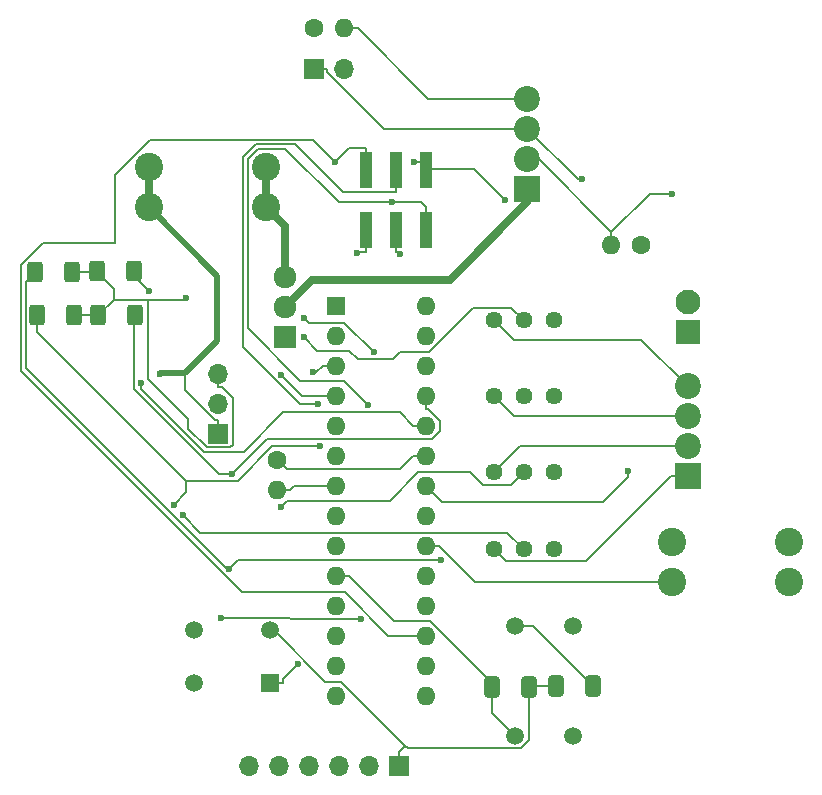
<source format=gbr>
%TF.GenerationSoftware,KiCad,Pcbnew,8.0.1-rc1*%
%TF.CreationDate,2024-08-05T15:18:58-07:00*%
%TF.ProjectId,AMS - CANBus Sensor - Voltage,414d5320-2d20-4434-914e-427573205365,rev?*%
%TF.SameCoordinates,Original*%
%TF.FileFunction,Copper,L1,Top*%
%TF.FilePolarity,Positive*%
%FSLAX46Y46*%
G04 Gerber Fmt 4.6, Leading zero omitted, Abs format (unit mm)*
G04 Created by KiCad (PCBNEW 8.0.1-rc1) date 2024-08-05 15:18:58*
%MOMM*%
%LPD*%
G01*
G04 APERTURE LIST*
G04 Aperture macros list*
%AMRoundRect*
0 Rectangle with rounded corners*
0 $1 Rounding radius*
0 $2 $3 $4 $5 $6 $7 $8 $9 X,Y pos of 4 corners*
0 Add a 4 corners polygon primitive as box body*
4,1,4,$2,$3,$4,$5,$6,$7,$8,$9,$2,$3,0*
0 Add four circle primitives for the rounded corners*
1,1,$1+$1,$2,$3*
1,1,$1+$1,$4,$5*
1,1,$1+$1,$6,$7*
1,1,$1+$1,$8,$9*
0 Add four rect primitives between the rounded corners*
20,1,$1+$1,$2,$3,$4,$5,0*
20,1,$1+$1,$4,$5,$6,$7,0*
20,1,$1+$1,$6,$7,$8,$9,0*
20,1,$1+$1,$8,$9,$2,$3,0*%
G04 Aperture macros list end*
%TA.AperFunction,SMDPad,CuDef*%
%ADD10RoundRect,0.250000X-0.400000X-0.625000X0.400000X-0.625000X0.400000X0.625000X-0.400000X0.625000X0*%
%TD*%
%TA.AperFunction,SMDPad,CuDef*%
%ADD11RoundRect,0.250000X-0.412500X-0.650000X0.412500X-0.650000X0.412500X0.650000X-0.412500X0.650000X0*%
%TD*%
%TA.AperFunction,ComponentPad*%
%ADD12C,1.440000*%
%TD*%
%TA.AperFunction,ComponentPad*%
%ADD13R,2.100000X2.100000*%
%TD*%
%TA.AperFunction,ComponentPad*%
%ADD14C,2.100000*%
%TD*%
%TA.AperFunction,ComponentPad*%
%ADD15C,1.600000*%
%TD*%
%TA.AperFunction,ComponentPad*%
%ADD16O,1.600000X1.600000*%
%TD*%
%TA.AperFunction,ComponentPad*%
%ADD17R,2.200000X2.200000*%
%TD*%
%TA.AperFunction,ComponentPad*%
%ADD18C,2.200000*%
%TD*%
%TA.AperFunction,SMDPad,CuDef*%
%ADD19RoundRect,0.250000X0.400000X0.625000X-0.400000X0.625000X-0.400000X-0.625000X0.400000X-0.625000X0*%
%TD*%
%TA.AperFunction,ComponentPad*%
%ADD20R,1.700000X1.700000*%
%TD*%
%TA.AperFunction,ComponentPad*%
%ADD21O,1.700000X1.700000*%
%TD*%
%TA.AperFunction,ComponentPad*%
%ADD22C,2.400000*%
%TD*%
%TA.AperFunction,SMDPad,CuDef*%
%ADD23R,1.000000X3.150000*%
%TD*%
%TA.AperFunction,ComponentPad*%
%ADD24R,1.600000X1.600000*%
%TD*%
%TA.AperFunction,ComponentPad*%
%ADD25R,1.920000X1.920000*%
%TD*%
%TA.AperFunction,ComponentPad*%
%ADD26C,1.920000*%
%TD*%
%TA.AperFunction,ComponentPad*%
%ADD27C,1.500000*%
%TD*%
%TA.AperFunction,ComponentPad*%
%ADD28R,1.500000X1.500000*%
%TD*%
%TA.AperFunction,SMDPad,CuDef*%
%ADD29RoundRect,0.250000X0.412500X0.650000X-0.412500X0.650000X-0.412500X-0.650000X0.412500X-0.650000X0*%
%TD*%
%TA.AperFunction,ViaPad*%
%ADD30C,0.600000*%
%TD*%
%TA.AperFunction,Conductor*%
%ADD31C,0.200000*%
%TD*%
%TA.AperFunction,Conductor*%
%ADD32C,0.508000*%
%TD*%
%TA.AperFunction,Conductor*%
%ADD33C,0.635000*%
%TD*%
G04 APERTURE END LIST*
D10*
%TO.P,R10,1*%
%TO.N,GND*%
X120710400Y-78872500D03*
%TO.P,R10,2*%
%TO.N,/BareMinAtmel328P/PC1-A1*%
X123810400Y-78872500D03*
%TD*%
D11*
%TO.P,C3,1*%
%TO.N,Net-(U2-XTAL2{slash}PB7)*%
X154187000Y-114014800D03*
%TO.P,C3,2*%
%TO.N,GND*%
X157312000Y-114014800D03*
%TD*%
D12*
%TO.P,RV2,1,1*%
%TO.N,Net-(J2-Pin_2)*%
X154274400Y-95885200D03*
%TO.P,RV2,2,2*%
%TO.N,/BufferedADC/ADCIN2*%
X156814400Y-95885200D03*
%TO.P,RV2,3,3*%
%TO.N,Net-(R9-Pad1)*%
X159354400Y-95885200D03*
%TD*%
D13*
%TO.P,J6,1,Pin_1*%
%TO.N,Net-(J6-Pin_1)*%
X170718000Y-84022300D03*
D14*
%TO.P,J6,2,Pin_2*%
%TO.N,Net-(J6-Pin_2)*%
X170718000Y-81482300D03*
%TD*%
D12*
%TO.P,RV3,1,1*%
%TO.N,Net-(J2-Pin_3)*%
X154274400Y-89435200D03*
%TO.P,RV3,2,2*%
%TO.N,/BufferedADC/ADCIN3*%
X156814400Y-89435200D03*
%TO.P,RV3,3,3*%
%TO.N,Net-(R8-Pad1)*%
X159354400Y-89435200D03*
%TD*%
D15*
%TO.P,R7,1*%
%TO.N,Net-(J5-Pin_2)*%
X139116100Y-58260700D03*
D16*
%TO.P,R7,2*%
%TO.N,CANBUS_L*%
X141656100Y-58260700D03*
%TD*%
D17*
%TO.P,J1,1,Pin_1*%
%TO.N,Net-(J1-Pin_1)*%
X157148000Y-71872800D03*
D18*
%TO.P,J1,2,Pin_2*%
%TO.N,GND*%
X157148000Y-69332800D03*
%TO.P,J1,3,Pin_3*%
%TO.N,CANBUS_H*%
X157148000Y-66792800D03*
%TO.P,J1,4,Pin_4*%
%TO.N,CANBUS_L*%
X157148000Y-64252800D03*
%TD*%
D19*
%TO.P,R13,1*%
%TO.N,GND*%
X118580700Y-78928700D03*
%TO.P,R13,2*%
%TO.N,/BareMinAtmel328P/PC3-A3*%
X115480700Y-78928700D03*
%TD*%
D15*
%TO.P,NTC1,1*%
%TO.N,/BareMinAtmel328P/PC0-A0*%
X135965600Y-94809500D03*
D16*
%TO.P,NTC1,2*%
%TO.N,+5V*%
X135965600Y-97349500D03*
%TD*%
D20*
%TO.P,J3,1,Pin_1*%
%TO.N,GND*%
X146254600Y-120744200D03*
D21*
%TO.P,J3,2,Pin_2*%
%TO.N,unconnected-(J3-Pin_2-Pad2)*%
X143714600Y-120744200D03*
%TO.P,J3,3,Pin_3*%
%TO.N,+5V*%
X141174600Y-120744200D03*
%TO.P,J3,4,Pin_4*%
%TO.N,/BareMinAtmel328P/PD0-RX*%
X138634600Y-120744200D03*
%TO.P,J3,5,Pin_5*%
%TO.N,/BareMinAtmel328P/PD1-TX*%
X136094600Y-120744200D03*
%TO.P,J3,6,Pin_6*%
%TO.N,Net-(J3-Pin_6)*%
X133554600Y-120744200D03*
%TD*%
D12*
%TO.P,RV1,1,1*%
%TO.N,Net-(J2-Pin_1)*%
X154274400Y-102335200D03*
%TO.P,RV1,2,2*%
%TO.N,/BufferedADC/ADCIN1*%
X156814400Y-102335200D03*
%TO.P,RV1,3,3*%
%TO.N,Net-(R14-Pad1)*%
X159354400Y-102335200D03*
%TD*%
D22*
%TO.P,U5,1,1*%
%TO.N,Net-(Q1-Pad3)*%
X134999500Y-70018000D03*
%TO.P,U5,2,2*%
X134999500Y-73418000D03*
%TO.P,U5,3,3*%
%TO.N,+VDC*%
X125079500Y-70018000D03*
%TO.P,U5,4,4*%
X125079500Y-73418000D03*
%TD*%
D15*
%TO.P,R6,1*%
%TO.N,Net-(U4-Rs)*%
X166799100Y-76611000D03*
D16*
%TO.P,R6,2*%
%TO.N,GND*%
X164259100Y-76611000D03*
%TD*%
D19*
%TO.P,R12,1*%
%TO.N,GND*%
X118744200Y-82579600D03*
%TO.P,R12,2*%
%TO.N,/BareMinAtmel328P/PC4-A4-SDA*%
X115644200Y-82579600D03*
%TD*%
D10*
%TO.P,R11,1*%
%TO.N,GND*%
X120808500Y-82593100D03*
%TO.P,R11,2*%
%TO.N,/BareMinAtmel328P/PC2-A2*%
X123908500Y-82593100D03*
%TD*%
D20*
%TO.P,Powerboard1,1,Pin_1*%
%TO.N,+VDC*%
X130976300Y-92602600D03*
D21*
%TO.P,Powerboard1,2,Pin_2*%
%TO.N,+5V*%
X130976300Y-90062600D03*
%TO.P,Powerboard1,3,Pin_3*%
%TO.N,GND*%
X130976300Y-87522600D03*
%TD*%
D23*
%TO.P,J4,1,Pin_1*%
%TO.N,/BareMinAtmel328P/PB4-D12-MISO*%
X148585100Y-70282000D03*
%TO.P,J4,2,Pin_2*%
%TO.N,/BareMinAtmel328P/PB5-D13-SCK*%
X148585100Y-75332000D03*
%TO.P,J4,3,Pin_3*%
%TO.N,/BareMinAtmel328P/RESET*%
X146045100Y-70282000D03*
%TO.P,J4,4,Pin_4*%
%TO.N,+5V*%
X146045100Y-75332000D03*
%TO.P,J4,5,Pin_5*%
%TO.N,/BareMinAtmel328P/PB3-D11-MOSI*%
X143505100Y-70282000D03*
%TO.P,J4,6,Pin_6*%
%TO.N,GND*%
X143505100Y-75332000D03*
%TD*%
D24*
%TO.P,U2,1,~{RESET}/PC6*%
%TO.N,/BareMinAtmel328P/RESET*%
X140929500Y-81761800D03*
D16*
%TO.P,U2,2,PD0*%
%TO.N,/BareMinAtmel328P/PD0-RX*%
X140929500Y-84301800D03*
%TO.P,U2,3,PD1*%
%TO.N,/BareMinAtmel328P/PD1-TX*%
X140929500Y-86841800D03*
%TO.P,U2,4,PD2*%
%TO.N,/BareMinAtmel328P/PD2-D2*%
X140929500Y-89381800D03*
%TO.P,U2,5,PD3*%
%TO.N,/BareMinAtmel328P/PD3-D3*%
X140929500Y-91921800D03*
%TO.P,U2,6,PD4*%
%TO.N,/BareMinAtmel328P/PD4-D4*%
X140929500Y-94461800D03*
%TO.P,U2,7,VCC*%
%TO.N,+5V*%
X140929500Y-97001800D03*
%TO.P,U2,8,GND*%
%TO.N,GND*%
X140929500Y-99541800D03*
%TO.P,U2,9,XTAL1/PB6*%
%TO.N,Net-(U2-XTAL1{slash}PB6)*%
X140929500Y-102081800D03*
%TO.P,U2,10,XTAL2/PB7*%
%TO.N,Net-(U2-XTAL2{slash}PB7)*%
X140929500Y-104621800D03*
%TO.P,U2,11,PD5*%
%TO.N,/BareMinAtmel328P/PD5-D5*%
X140929500Y-107161800D03*
%TO.P,U2,12,PD6*%
%TO.N,/BareMinAtmel328P/PD6-D6*%
X140929500Y-109701800D03*
%TO.P,U2,13,PD7*%
%TO.N,/BareMinAtmel328P/PD7-D7*%
X140929500Y-112241800D03*
%TO.P,U2,14,PB0*%
%TO.N,/BareMinAtmel328P/PB0-D8*%
X140929500Y-114781800D03*
%TO.P,U2,15,PB1*%
%TO.N,/BareMinAtmel328P/PB1-D9*%
X148549500Y-114781800D03*
%TO.P,U2,16,PB2*%
%TO.N,/BareMinAtmel328P/PB2-D10-SS*%
X148549500Y-112241800D03*
%TO.P,U2,17,PB3*%
%TO.N,/BareMinAtmel328P/PB3-D11-MOSI*%
X148549500Y-109701800D03*
%TO.P,U2,18,PB4*%
%TO.N,/BareMinAtmel328P/PB4-D12-MISO*%
X148549500Y-107161800D03*
%TO.P,U2,19,PB5*%
%TO.N,/BareMinAtmel328P/PB5-D13-SCK*%
X148549500Y-104621800D03*
%TO.P,U2,20,AVCC*%
%TO.N,+5V*%
X148549500Y-102081800D03*
%TO.P,U2,21,AREF*%
%TO.N,/BareMinAtmel328P/AREF*%
X148549500Y-99541800D03*
%TO.P,U2,22,GND*%
%TO.N,GND*%
X148549500Y-97001800D03*
%TO.P,U2,23,PC0*%
%TO.N,/BareMinAtmel328P/PC0-A0*%
X148549500Y-94461800D03*
%TO.P,U2,24,PC1*%
%TO.N,/BareMinAtmel328P/PC1-A1*%
X148549500Y-91921800D03*
%TO.P,U2,25,PC2*%
%TO.N,/BareMinAtmel328P/PC2-A2*%
X148549500Y-89381800D03*
%TO.P,U2,26,PC3*%
%TO.N,/BareMinAtmel328P/PC3-A3*%
X148549500Y-86841800D03*
%TO.P,U2,27,PC4*%
%TO.N,/BareMinAtmel328P/PC4-A4-SDA*%
X148549500Y-84301800D03*
%TO.P,U2,28,PC5*%
%TO.N,/BareMinAtmel328P/PC5-A5-SCL*%
X148549500Y-81761800D03*
%TD*%
D20*
%TO.P,J5,1,Pin_1*%
%TO.N,CANBUS_H*%
X139049600Y-61738500D03*
D21*
%TO.P,J5,2,Pin_2*%
%TO.N,Net-(J5-Pin_2)*%
X141589600Y-61738500D03*
%TD*%
D25*
%TO.P,Q1,1*%
%TO.N,Net-(Q1-Pad1)*%
X136586000Y-84423600D03*
D26*
%TO.P,Q1,2*%
%TO.N,Net-(J1-Pin_1)*%
X136586000Y-81883600D03*
%TO.P,Q1,3*%
%TO.N,Net-(Q1-Pad3)*%
X136586000Y-79343600D03*
%TD*%
D17*
%TO.P,J2,1,Pin_1*%
%TO.N,Net-(J2-Pin_1)*%
X170699000Y-96212100D03*
D18*
%TO.P,J2,2,Pin_2*%
%TO.N,Net-(J2-Pin_2)*%
X170699000Y-93672100D03*
%TO.P,J2,3,Pin_3*%
%TO.N,Net-(J2-Pin_3)*%
X170699000Y-91132100D03*
%TO.P,J2,4,Pin_4*%
%TO.N,Net-(J2-Pin_4)*%
X170699000Y-88592100D03*
%TD*%
D12*
%TO.P,RV4,1,1*%
%TO.N,Net-(J2-Pin_4)*%
X154274400Y-82985200D03*
%TO.P,RV4,2,2*%
%TO.N,/BufferedADC/ADCIN4*%
X156814400Y-82985200D03*
%TO.P,RV4,3,3*%
%TO.N,Net-(R15-Pad1)*%
X159354400Y-82985200D03*
%TD*%
D27*
%TO.P,Y2,1,1*%
%TO.N,Net-(U3-OSC1)*%
X156129700Y-108923600D03*
%TO.P,Y2,2,2*%
%TO.N,Net-(U3-OSC2)*%
X161009700Y-108923600D03*
%TD*%
D28*
%TO.P,Reset1,1,NO_1*%
%TO.N,/BareMinAtmel328P/RESET*%
X135385300Y-113752500D03*
D27*
%TO.P,Reset1,2,NO_2*%
%TO.N,unconnected-(Reset1-NO_2-Pad2)*%
X128885300Y-113752500D03*
%TO.P,Reset1,3,COM_1*%
%TO.N,GND*%
X135385300Y-109252500D03*
%TO.P,Reset1,4,COM_2*%
%TO.N,unconnected-(Reset1-COM_2-Pad4)*%
X128885300Y-109252500D03*
%TD*%
D29*
%TO.P,C5,1*%
%TO.N,Net-(U3-OSC1)*%
X162712000Y-114002500D03*
%TO.P,C5,2*%
%TO.N,GND*%
X159587000Y-114002500D03*
%TD*%
D27*
%TO.P,Y1,1,1*%
%TO.N,Net-(U2-XTAL2{slash}PB7)*%
X156104800Y-118178000D03*
%TO.P,Y1,2,2*%
%TO.N,Net-(U2-XTAL1{slash}PB6)*%
X160984800Y-118178000D03*
%TD*%
D22*
%TO.P,U1,1,1*%
%TO.N,Net-(J6-Pin_2)*%
X179270500Y-101766200D03*
%TO.P,U1,2,2*%
%TO.N,Net-(J6-Pin_1)*%
X179270500Y-105166200D03*
%TO.P,U1,3,3*%
%TO.N,+5V*%
X169350500Y-101766200D03*
%TO.P,U1,4,4*%
X169350500Y-105166200D03*
%TD*%
D30*
%TO.N,GND*%
X142731000Y-77345500D03*
X159518385Y-113990557D03*
X157333210Y-114086083D03*
X169353400Y-72279100D03*
X165696705Y-95807912D03*
X128264300Y-81129300D03*
%TO.N,/BareMinAtmel328P/RESET*%
X137680800Y-112109500D03*
X139412900Y-90090200D03*
%TO.N,+5V*%
X146363000Y-77411600D03*
%TO.N,CANBUS_H*%
X161751100Y-71076900D03*
%TO.N,/BareMinAtmel328P/PB5-D13-SCK*%
X143662900Y-90187300D03*
X145655000Y-73007800D03*
%TO.N,/BareMinAtmel328P/PB3-D11-MOSI*%
X140841600Y-69572800D03*
%TO.N,/BareMinAtmel328P/PB4-D12-MISO*%
X155286500Y-72793000D03*
X147573100Y-69572800D03*
%TO.N,/BareMinAtmel328P/PD1-TX*%
X139003500Y-87413600D03*
%TO.N,+VDC*%
X126045474Y-87511756D03*
%TO.N,/BareMinAtmel328P/PC2-A2*%
X132141600Y-95989900D03*
%TO.N,/BareMinAtmel328P/PC4-A4-SDA*%
X127193900Y-98603800D03*
X139621500Y-93677800D03*
%TO.N,/BareMinAtmel328P/PC1-A1*%
X125084400Y-80536500D03*
X124449400Y-88316000D03*
%TO.N,/BareMinAtmel328P/PC3-A3*%
X131858400Y-104059800D03*
X149825400Y-103291200D03*
%TO.N,/BareMinAtmel328P/PD2-D2*%
X136310900Y-87602100D03*
%TO.N,/BufferedADC/ADCIN1*%
X127951700Y-99482800D03*
%TO.N,/BufferedADC/ADCIN4*%
X138191700Y-84428000D03*
%TO.N,/BufferedADC/ADCIN2*%
X136258300Y-98791500D03*
%TO.N,/BufferedADC/ADCIN3*%
X143080800Y-108286200D03*
X131227600Y-108236900D03*
%TO.N,Net-(U3-~{RESET})*%
X144151400Y-85701100D03*
X138264400Y-82791700D03*
%TD*%
D31*
%TO.N,GND*%
X120808500Y-82579600D02*
X122131600Y-81256500D01*
X128429900Y-92193600D02*
X129996100Y-93759800D01*
X131989600Y-93759800D02*
X132177800Y-93571600D01*
X146254600Y-119592500D02*
X146809200Y-119037900D01*
X120710400Y-78928700D02*
X118580700Y-78928700D01*
X141371600Y-113600300D02*
X140022500Y-113600300D01*
X130976300Y-87522600D02*
X130976300Y-88674300D01*
X120808500Y-82579600D02*
X118744200Y-82579600D01*
X125050300Y-81256500D02*
X125050300Y-88003100D01*
X125050300Y-88003100D02*
X128429900Y-91382700D01*
X128137100Y-81256500D02*
X128264300Y-81129300D01*
X143505100Y-75332000D02*
X143505100Y-77208700D01*
X165696705Y-95807912D02*
X165696705Y-96273605D01*
X146809200Y-119037900D02*
X141371600Y-113600300D01*
X156574000Y-119257400D02*
X147028700Y-119257400D01*
X157312000Y-114014800D02*
X157312000Y-114064873D01*
X149952746Y-98405046D02*
X163565264Y-98405046D01*
X157333210Y-114086083D02*
X157416793Y-114002500D01*
X147028700Y-119257400D02*
X146809200Y-119037900D01*
X122131600Y-80349900D02*
X120710400Y-78928700D01*
X157312000Y-114107293D02*
X157312000Y-118519400D01*
X146254600Y-120744200D02*
X146254600Y-119592500D01*
X132177800Y-89607300D02*
X131244800Y-88674300D01*
X157312000Y-114064873D02*
X157333210Y-114086083D01*
X140022500Y-113600300D02*
X135674700Y-109252500D01*
X122131600Y-81256500D02*
X128137100Y-81256500D01*
X164259100Y-75510000D02*
X167490000Y-72279100D01*
X148549500Y-97001800D02*
X149952746Y-98405046D01*
X143505100Y-77208700D02*
X142867800Y-77208700D01*
X165696705Y-96273605D02*
X163565264Y-98405046D01*
X157312000Y-118519400D02*
X156574000Y-119257400D01*
X122131600Y-81256500D02*
X122131600Y-80349900D01*
X128429900Y-91382700D02*
X128429900Y-92193600D01*
X131244800Y-88674300D02*
X130976300Y-88674300D01*
X164259100Y-75610100D02*
X164259100Y-75510800D01*
X167490000Y-72279100D02*
X169353400Y-72279100D01*
X158081900Y-69332800D02*
X164259100Y-75510000D01*
X129996100Y-93759800D02*
X131989600Y-93759800D01*
X164259100Y-76611000D02*
X164259100Y-75610100D01*
X164259100Y-75510800D02*
X164259100Y-75510000D01*
X157333210Y-114086083D02*
X157312000Y-114107293D01*
X142867800Y-77208700D02*
X142731000Y-77345500D01*
X132177800Y-93571600D02*
X132177800Y-89607300D01*
X157416793Y-114002500D02*
X159587000Y-114002500D01*
%TO.N,/BareMinAtmel328P/RESET*%
X133051900Y-69174000D02*
X133051900Y-85249400D01*
X137460800Y-68103200D02*
X134122700Y-68103200D01*
X134122700Y-68103200D02*
X133051900Y-69174000D01*
X133051900Y-85249400D02*
X137892700Y-90090200D01*
X146045100Y-72158700D02*
X141516300Y-72158700D01*
X146045100Y-70282000D02*
X146045100Y-72158700D01*
X137892700Y-90090200D02*
X139412900Y-90090200D01*
X136437000Y-113752500D02*
X136437000Y-113353300D01*
X135385300Y-113752500D02*
X136437000Y-113752500D01*
X141516300Y-72158700D02*
X137460800Y-68103200D01*
X136437000Y-113353300D02*
X137680800Y-112109500D01*
%TO.N,+5V*%
X146045100Y-75332000D02*
X146045100Y-77208700D01*
X169350500Y-105166200D02*
X152735600Y-105166200D01*
X146045100Y-77208700D02*
X146160100Y-77208700D01*
X152735600Y-105166200D02*
X149651200Y-102081800D01*
X137415000Y-97001800D02*
X137067300Y-97349500D01*
X135965600Y-97349500D02*
X137067300Y-97349500D01*
X148549500Y-102081800D02*
X149651200Y-102081800D01*
X146160100Y-77208700D02*
X146363000Y-77411600D01*
X140929500Y-97001800D02*
X137415000Y-97001800D01*
%TO.N,CANBUS_L*%
X157148000Y-64252800D02*
X148749900Y-64252800D01*
X148749900Y-64252800D02*
X142757800Y-58260700D01*
X141656100Y-58260700D02*
X142757800Y-58260700D01*
%TO.N,CANBUS_H*%
X140201300Y-62008400D02*
X144985700Y-66792800D01*
X144985700Y-66792800D02*
X157148000Y-66792800D01*
X157148000Y-66792800D02*
X161432100Y-71076900D01*
X140201300Y-61738500D02*
X140201300Y-62008400D01*
X161432100Y-71076900D02*
X161751100Y-71076900D01*
X139049600Y-61738500D02*
X140201300Y-61738500D01*
%TO.N,/BareMinAtmel328P/PB5-D13-SCK*%
X148585100Y-73455300D02*
X148137600Y-73007800D01*
X148585100Y-75332000D02*
X148585100Y-73455300D01*
X136658200Y-68510600D02*
X134334300Y-68510600D01*
X141155400Y-73007800D02*
X136658200Y-68510600D01*
X134334300Y-68510600D02*
X133476500Y-69368400D01*
X145655000Y-73007800D02*
X141155400Y-73007800D01*
X133476500Y-69368400D02*
X133476500Y-83668700D01*
X148137600Y-73007800D02*
X145655000Y-73007800D01*
X137919600Y-88111800D02*
X141587400Y-88111800D01*
X141587400Y-88111800D02*
X143662900Y-90187300D01*
X133476500Y-83668700D02*
X137919600Y-88111800D01*
%TO.N,/BareMinAtmel328P/PB3-D11-MOSI*%
X142009100Y-68405300D02*
X140841600Y-69572800D01*
X143505100Y-70282000D02*
X143505100Y-68405300D01*
X132936800Y-106023100D02*
X141668600Y-106023100D01*
X140841600Y-69572800D02*
X138968800Y-67700000D01*
X141668600Y-106023100D02*
X145347300Y-109701800D01*
X122235400Y-76496700D02*
X116093900Y-76496700D01*
X114247500Y-78343100D02*
X114247500Y-87333800D01*
X114247500Y-87333800D02*
X132936800Y-106023100D01*
X145347300Y-109701800D02*
X148549500Y-109701800D01*
X116093900Y-76496700D02*
X114247500Y-78343100D01*
X143505100Y-68405300D02*
X142009100Y-68405300D01*
X122235400Y-70693200D02*
X122235400Y-76496700D01*
X125228600Y-67700000D02*
X122235400Y-70693200D01*
X138968800Y-67700000D02*
X125228600Y-67700000D01*
%TO.N,/BareMinAtmel328P/PB4-D12-MISO*%
X152658200Y-70164700D02*
X155286500Y-72793000D01*
X148585100Y-70164700D02*
X152658200Y-70164700D01*
X148110500Y-69572800D02*
X148585100Y-70047400D01*
X147573100Y-69572800D02*
X148110500Y-69572800D01*
%TO.N,/BareMinAtmel328P/PD1-TX*%
X140929500Y-86841800D02*
X139827800Y-86841800D01*
X139256000Y-87413600D02*
X139003500Y-87413600D01*
X139827800Y-86841800D02*
X139256000Y-87413600D01*
%TO.N,+VDC*%
X125079500Y-71125400D02*
X125079500Y-70018000D01*
X125079500Y-72234300D02*
X125079500Y-73418000D01*
D32*
X128146325Y-87478305D02*
X126020718Y-87478305D01*
D31*
X130976300Y-91450900D02*
X130688400Y-91450900D01*
D32*
X125079500Y-73418000D02*
X130894800Y-79233300D01*
X130894800Y-84729830D02*
X128146325Y-87478305D01*
D33*
X125079000Y-70018000D02*
X125079000Y-70904300D01*
D31*
X130976300Y-92602600D02*
X130976300Y-91450900D01*
X125079000Y-72233800D02*
X125079500Y-72234300D01*
X128146000Y-88908500D02*
X128146000Y-87478300D01*
D33*
X125079000Y-70904300D02*
X125079000Y-72233800D01*
D32*
X130894800Y-79233300D02*
X130894800Y-84729830D01*
D31*
X130688400Y-91450900D02*
X128146000Y-88908500D01*
D33*
X125079000Y-72233800D02*
X125079000Y-73563300D01*
D31*
%TO.N,/BareMinAtmel328P/PC2-A2*%
X149078000Y-93040300D02*
X135091200Y-93040300D01*
X148687200Y-90483500D02*
X149713200Y-91509500D01*
X135091200Y-93040300D02*
X132141600Y-95989900D01*
X132141600Y-95989900D02*
X131001200Y-95989900D01*
X123819300Y-88808000D02*
X123819300Y-82682300D01*
X148549500Y-89381800D02*
X148549500Y-90483500D01*
X149713200Y-91509500D02*
X149713200Y-92405100D01*
X148549500Y-90483500D02*
X148687200Y-90483500D01*
X149713200Y-92405100D02*
X149078000Y-93040300D01*
X131001200Y-95989900D02*
X123819300Y-88808000D01*
%TO.N,/BareMinAtmel328P/PC4-A4-SDA*%
X135525500Y-93677800D02*
X139621500Y-93677800D01*
X128260200Y-96599600D02*
X132603700Y-96599600D01*
X127193900Y-98603800D02*
X128260200Y-97537500D01*
X115644200Y-83983600D02*
X128260200Y-96599600D01*
X115644200Y-82579600D02*
X115644200Y-83983600D01*
X128260200Y-97537500D02*
X128260200Y-96599600D01*
X132603700Y-96599600D02*
X135525500Y-93677800D01*
%TO.N,/BareMinAtmel328P/PC1-A1*%
X136477600Y-90799900D02*
X133116000Y-94161500D01*
X129766500Y-94161500D02*
X124449400Y-88844400D01*
X124449400Y-88844400D02*
X124449400Y-88316000D01*
X133116000Y-94161500D02*
X129766500Y-94161500D01*
X148549500Y-91921800D02*
X147447800Y-91921800D01*
X147447800Y-91921800D02*
X146325900Y-90799900D01*
X146325900Y-90799900D02*
X136477600Y-90799900D01*
X123810400Y-79262500D02*
X125084400Y-80536500D01*
%TO.N,/BareMinAtmel328P/PC3-A3*%
X115480700Y-78928700D02*
X114670400Y-79739000D01*
X132627000Y-103291200D02*
X149825400Y-103291200D01*
X114670400Y-87052300D02*
X131677900Y-104059800D01*
X114670400Y-79739000D02*
X114670400Y-87052300D01*
X131677900Y-104059800D02*
X131858400Y-104059800D01*
X131858400Y-104059800D02*
X132627000Y-103291200D01*
%TO.N,/BareMinAtmel328P/PC0-A0*%
X147447800Y-94461800D02*
X146319300Y-95590300D01*
X148549500Y-94461800D02*
X147447800Y-94461800D01*
X136746400Y-95590300D02*
X135965600Y-94809500D01*
X146319300Y-95590300D02*
X136746400Y-95590300D01*
%TO.N,Net-(Q1-Pad3)*%
X134999500Y-71505000D02*
X134999500Y-70018000D01*
D33*
X136586000Y-79343600D02*
X136586000Y-75004600D01*
X134999000Y-73418000D02*
X134999000Y-70868000D01*
X136586000Y-75004600D02*
X135792500Y-74211300D01*
X135792500Y-74211300D02*
X134999000Y-73418000D01*
D31*
X135792500Y-74211300D02*
X134999500Y-73418300D01*
%TO.N,/BareMinAtmel328P/PD2-D2*%
X140929500Y-89381800D02*
X138090600Y-89381800D01*
X138090600Y-89381800D02*
X136310900Y-87602100D01*
%TO.N,Net-(U2-XTAL2{slash}PB7)*%
X154187000Y-116260200D02*
X154187000Y-114014800D01*
X140929500Y-104621800D02*
X142031200Y-104621800D01*
X156104800Y-118178000D02*
X154187000Y-116260200D01*
X148862400Y-108431800D02*
X145841200Y-108431800D01*
X145841200Y-108431800D02*
X142031200Y-104621800D01*
X154187000Y-113756400D02*
X148862400Y-108431800D01*
%TO.N,Net-(U3-OSC1)*%
X157633100Y-108923600D02*
X156129700Y-108923600D01*
X162712000Y-114002500D02*
X157633100Y-108923600D01*
%TO.N,/BufferedADC/ADCIN1*%
X129445500Y-100976600D02*
X127951700Y-99482800D01*
X156814400Y-102335200D02*
X155455800Y-100976600D01*
X155455800Y-100976600D02*
X129445500Y-100976600D01*
%TO.N,/BufferedADC/ADCIN4*%
X145786100Y-86310100D02*
X146382900Y-85713300D01*
X139335500Y-85571800D02*
X142029900Y-85571800D01*
X138191700Y-84428000D02*
X139335500Y-85571800D01*
X152576600Y-81963500D02*
X155792700Y-81963500D01*
X148826800Y-85713300D02*
X152576600Y-81963500D01*
X146382900Y-85713300D02*
X148826800Y-85713300D01*
X142768200Y-86310100D02*
X145786100Y-86310100D01*
X142029900Y-85571800D02*
X142768200Y-86310100D01*
X155792700Y-81963500D02*
X156814400Y-82985200D01*
%TO.N,/BufferedADC/ADCIN2*%
X152298600Y-95868000D02*
X147883300Y-95868000D01*
X145479500Y-98271800D02*
X136778000Y-98271800D01*
X156814400Y-95885200D02*
X155771900Y-96927700D01*
X153358300Y-96927700D02*
X152298600Y-95868000D01*
X136778000Y-98271800D02*
X136258300Y-98791500D01*
X155771900Y-96927700D02*
X153358300Y-96927700D01*
X147883300Y-95868000D02*
X145479500Y-98271800D01*
%TO.N,/BufferedADC/ADCIN3*%
X136981600Y-108171300D02*
X131227600Y-108171300D01*
X143080800Y-108286200D02*
X137096500Y-108286200D01*
X131227600Y-108171300D02*
X131227600Y-108236900D01*
X137096500Y-108286200D02*
X136981600Y-108171300D01*
D33*
%TO.N,Net-(J1-Pin_1)*%
X157148000Y-72977000D02*
X157148000Y-71872800D01*
X138915000Y-79554700D02*
X150570000Y-79554700D01*
X136586000Y-81883600D02*
X138915000Y-79554700D01*
X150570000Y-79554700D02*
X157148000Y-72977000D01*
D31*
%TO.N,Net-(J2-Pin_2)*%
X156487500Y-93672100D02*
X154274400Y-95885200D01*
X170699000Y-93672100D02*
X156487500Y-93672100D01*
%TO.N,Net-(J2-Pin_3)*%
X170699000Y-91132100D02*
X155971300Y-91132100D01*
X155971300Y-91132100D02*
X154274400Y-89435200D01*
%TO.N,Net-(J2-Pin_4)*%
X166797300Y-84690400D02*
X155979600Y-84690400D01*
X170699000Y-88592100D02*
X166797300Y-84690400D01*
X155979600Y-84690400D02*
X154274400Y-82985200D01*
%TO.N,Net-(J2-Pin_1)*%
X155318800Y-103379600D02*
X154274400Y-102335200D01*
X169297300Y-96212100D02*
X162129800Y-103379600D01*
X170699000Y-96212100D02*
X169297300Y-96212100D01*
X162129800Y-103379600D02*
X155318800Y-103379600D01*
%TO.N,Net-(U3-~{RESET})*%
X138672800Y-83200100D02*
X141650400Y-83200100D01*
X141650400Y-83200100D02*
X144151400Y-85701100D01*
X138264400Y-82791700D02*
X138672800Y-83200100D01*
%TD*%
M02*

</source>
